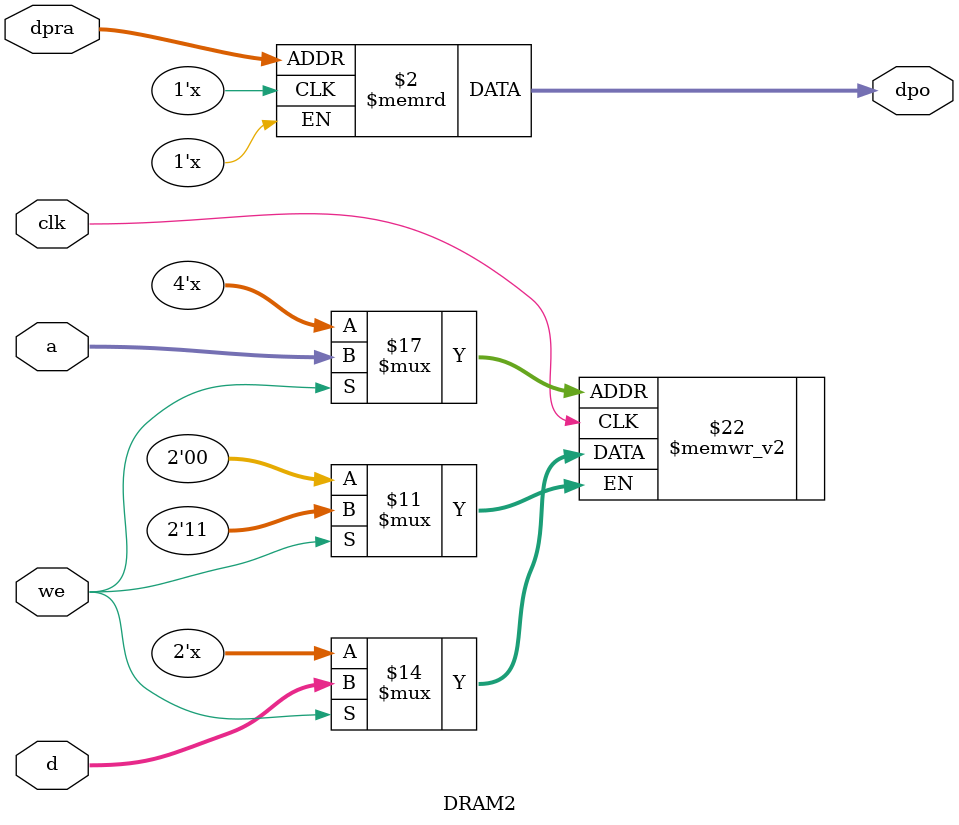
<source format=v>
module DRAM2 (
    input  [3:0] a,
    input  [1:0] d,
    input  [3:0] dpra,
    input        clk,
    input        we,
    output [1:0] dpo
);
    reg [1:0] mem [0:15];
    assign dpo = mem[dpra];
    always @(posedge clk) begin
        if (we)
            mem[a] <= d;
    end
endmodule

</source>
